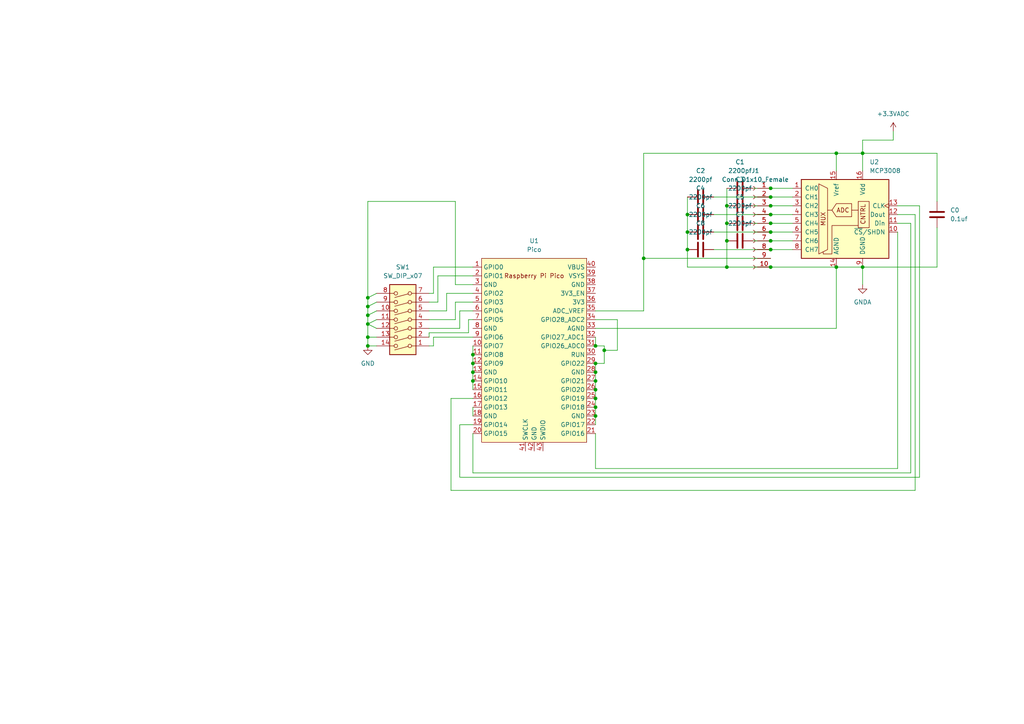
<source format=kicad_sch>
(kicad_sch (version 20211123) (generator eeschema)
  (paper "A4")
  (lib_symbols
    (symbol "Analog_ADC:MCP3008" (pin_names (offset 1.016))
      (property "Reference" "U" (at -5.08 13.335 0))
      (property "Value" "MCP3008" (at -5.08 11.43 0))
      (symbol "MCP3008_0_0"
        (text "ADC" (at -0.635 1.27 0) (effects (font (size 1.27 1.27))))
        (text "CNTRL" (at 5.969 -2.921 900) (effects (font (size 1.27 1.27)) (justify left bottom)))
        (text "MUX" (at -6.35 -1.27 900) (effects (font (size 1.27 1.27))))
      )
      (symbol "MCP3008_0_1"
        (polyline (pts (xy -3.81 1.27) (xy -5.08 1.27)))
        (polyline (pts (xy 1.905 1.27) (xy 3.81 1.27)))
        (polyline (pts (xy -7.62 8.89) (xy -7.62 -11.43) (xy -5.08 -10.16) (xy -5.08 7.62) (xy -7.62 8.89)))
        (polyline (pts (xy 3.81 -3.175) (xy -3.81 -3.175) (xy -3.81 -11.43) (xy -6.35 -11.43) (xy -6.35 -10.795)))
        (polyline (pts (xy 1.905 3.175) (xy 1.905 -0.635) (xy -2.54 -0.635) (xy -3.81 1.27) (xy -2.54 3.175) (xy 1.905 3.175)))
        (rectangle (start 3.81 -3.81) (end 6.985 3.81))
        (rectangle (start 12.7 -12.7) (end -12.7 10.16) (stroke (width 0.254)) (fill (type background)))
      )
      (symbol "MCP3008_1_1"
        (pin input line (at -15.24 7.62 0) (length 2.54) (name "CH0") (number "1"))
        (pin input line (at 15.24 -5.08 180) (length 2.54) (name "~{CS}/SHDN") (number "10"))
        (pin input line (at 15.24 -2.54 180) (length 2.54) (name "Din") (number "11"))
        (pin output line (at 15.24 0 180) (length 2.54) (name "Dout") (number "12"))
        (pin input clock (at 15.24 2.54 180) (length 2.54) (name "CLK") (number "13"))
        (pin power_in line (at -2.54 -15.24 90) (length 2.54) (name "AGND") (number "14"))
        (pin power_in line (at -2.54 12.7 270) (length 2.54) (name "Vref") (number "15"))
        (pin power_in line (at 5.08 12.7 270) (length 2.54) (name "Vdd") (number "16"))
        (pin input line (at -15.24 5.08 0) (length 2.54) (name "CH1") (number "2"))
        (pin input line (at -15.24 2.54 0) (length 2.54) (name "CH2") (number "3"))
        (pin input line (at -15.24 0 0) (length 2.54) (name "CH3") (number "4"))
        (pin input line (at -15.24 -2.54 0) (length 2.54) (name "CH4") (number "5"))
        (pin input line (at -15.24 -5.08 0) (length 2.54) (name "CH5") (number "6"))
        (pin input line (at -15.24 -7.62 0) (length 2.54) (name "CH6") (number "7"))
        (pin input line (at -15.24 -10.16 0) (length 2.54) (name "CH7") (number "8"))
        (pin power_in line (at 5.08 -15.24 90) (length 2.54) (name "DGND") (number "9"))
      )
    )
    (symbol "Connector:Conn_01x10_Female" (pin_names (offset 1.016) hide)
      (property "Reference" "J" (at 0 12.7 0))
      (property "Value" "Conn_01x10_Female" (at 0 -15.24 0))
      (symbol "Conn_01x10_Female_1_1"
        (arc (start 0 -12.192) (mid -0.508 -12.7) (end 0 -13.208) (stroke (width 0.1524)))
        (arc (start 0 -9.652) (mid -0.508 -10.16) (end 0 -10.668) (stroke (width 0.1524)))
        (arc (start 0 -7.112) (mid -0.508 -7.62) (end 0 -8.128) (stroke (width 0.1524)))
        (arc (start 0 -4.572) (mid -0.508 -5.08) (end 0 -5.588) (stroke (width 0.1524)))
        (arc (start 0 -2.032) (mid -0.508 -2.54) (end 0 -3.048) (stroke (width 0.1524)))
        (polyline (pts (xy -1.27 -12.7) (xy -0.508 -12.7)) (stroke (width 0.1524)))
        (polyline (pts (xy -1.27 -10.16) (xy -0.508 -10.16)) (stroke (width 0.1524)))
        (polyline (pts (xy -1.27 -7.62) (xy -0.508 -7.62)) (stroke (width 0.1524)))
        (polyline (pts (xy -1.27 -5.08) (xy -0.508 -5.08)) (stroke (width 0.1524)))
        (polyline (pts (xy -1.27 -2.54) (xy -0.508 -2.54)) (stroke (width 0.1524)))
        (polyline (pts (xy -1.27 0) (xy -0.508 0)) (stroke (width 0.1524)))
        (polyline (pts (xy -1.27 2.54) (xy -0.508 2.54)) (stroke (width 0.1524)))
        (polyline (pts (xy -1.27 5.08) (xy -0.508 5.08)) (stroke (width 0.1524)))
        (polyline (pts (xy -1.27 7.62) (xy -0.508 7.62)) (stroke (width 0.1524)))
        (polyline (pts (xy -1.27 10.16) (xy -0.508 10.16)) (stroke (width 0.1524)))
        (arc (start 0 0.508) (mid -0.508 0) (end 0 -0.508) (stroke (width 0.1524)))
        (arc (start 0 3.048) (mid -0.508 2.54) (end 0 2.032) (stroke (width 0.1524)))
        (arc (start 0 5.588) (mid -0.508 5.08) (end 0 4.572) (stroke (width 0.1524)))
        (arc (start 0 8.128) (mid -0.508 7.62) (end 0 7.112) (stroke (width 0.1524)))
        (arc (start 0 10.668) (mid -0.508 10.16) (end 0 9.652) (stroke (width 0.1524)))
        (pin passive line (at -5.08 10.16 0) (length 3.81) (name "Pin_1") (number "1"))
        (pin passive line (at -5.08 -12.7 0) (length 3.81) (name "Pin_10") (number "10"))
        (pin passive line (at -5.08 7.62 0) (length 3.81) (name "Pin_2") (number "2"))
        (pin passive line (at -5.08 5.08 0) (length 3.81) (name "Pin_3") (number "3"))
        (pin passive line (at -5.08 2.54 0) (length 3.81) (name "Pin_4") (number "4"))
        (pin passive line (at -5.08 0 0) (length 3.81) (name "Pin_5") (number "5"))
        (pin passive line (at -5.08 -2.54 0) (length 3.81) (name "Pin_6") (number "6"))
        (pin passive line (at -5.08 -5.08 0) (length 3.81) (name "Pin_7") (number "7"))
        (pin passive line (at -5.08 -7.62 0) (length 3.81) (name "Pin_8") (number "8"))
        (pin passive line (at -5.08 -10.16 0) (length 3.81) (name "Pin_9") (number "9"))
      )
    )
    (symbol "Device:C" (pin_numbers hide) (pin_names (offset 0.254))
      (property "Reference" "C" (at 0.635 2.54 0))
      (property "Value" "C" (at 0.635 -2.54 0))
      (symbol "C_0_1"
        (polyline (pts (xy -2.032 -0.762) (xy 2.032 -0.762)) (stroke (width 0.508)))
        (polyline (pts (xy -2.032 0.762) (xy 2.032 0.762)) (stroke (width 0.508)))
      )
      (symbol "C_1_1"
        (pin passive line (at 0 3.81 270) (length 2.794) (name "~") (number "1"))
        (pin passive line (at 0 -3.81 90) (length 2.794) (name "~") (number "2"))
      )
    )
    (symbol "MCU_RaspberryPi_and_Boards:Pico"
      (property "Reference" "U" (at -13.97 27.94 0))
      (property "Value" "Pico" (at 0 19.05 0))
      (symbol "Pico_0_0"
        (text "Raspberry Pi Pico" (at 0 21.59 0) (effects (font (size 1.27 1.27))))
      )
      (symbol "Pico_0_1"
        (rectangle (start -15.24 26.67) (end 15.24 -26.67) (fill (type background)))
      )
      (symbol "Pico_1_1"
        (pin bidirectional line (at -17.78 24.13 0) (length 2.54) (name "GPIO0") (number "1"))
        (pin bidirectional line (at -17.78 1.27 0) (length 2.54) (name "GPIO7") (number "10"))
        (pin bidirectional line (at -17.78 -1.27 0) (length 2.54) (name "GPIO8") (number "11"))
        (pin bidirectional line (at -17.78 -3.81 0) (length 2.54) (name "GPIO9") (number "12"))
        (pin power_in line (at -17.78 -6.35 0) (length 2.54) (name "GND") (number "13"))
        (pin bidirectional line (at -17.78 -8.89 0) (length 2.54) (name "GPIO10") (number "14"))
        (pin bidirectional line (at -17.78 -11.43 0) (length 2.54) (name "GPIO11") (number "15"))
        (pin bidirectional line (at -17.78 -13.97 0) (length 2.54) (name "GPIO12") (number "16"))
        (pin bidirectional line (at -17.78 -16.51 0) (length 2.54) (name "GPIO13") (number "17"))
        (pin power_in line (at -17.78 -19.05 0) (length 2.54) (name "GND") (number "18"))
        (pin bidirectional line (at -17.78 -21.59 0) (length 2.54) (name "GPIO14") (number "19"))
        (pin bidirectional line (at -17.78 21.59 0) (length 2.54) (name "GPIO1") (number "2"))
        (pin bidirectional line (at -17.78 -24.13 0) (length 2.54) (name "GPIO15") (number "20"))
        (pin bidirectional line (at 17.78 -24.13 180) (length 2.54) (name "GPIO16") (number "21"))
        (pin bidirectional line (at 17.78 -21.59 180) (length 2.54) (name "GPIO17") (number "22"))
        (pin power_in line (at 17.78 -19.05 180) (length 2.54) (name "GND") (number "23"))
        (pin bidirectional line (at 17.78 -16.51 180) (length 2.54) (name "GPIO18") (number "24"))
        (pin bidirectional line (at 17.78 -13.97 180) (length 2.54) (name "GPIO19") (number "25"))
        (pin bidirectional line (at 17.78 -11.43 180) (length 2.54) (name "GPIO20") (number "26"))
        (pin bidirectional line (at 17.78 -8.89 180) (length 2.54) (name "GPIO21") (number "27"))
        (pin power_in line (at 17.78 -6.35 180) (length 2.54) (name "GND") (number "28"))
        (pin bidirectional line (at 17.78 -3.81 180) (length 2.54) (name "GPIO22") (number "29"))
        (pin power_in line (at -17.78 19.05 0) (length 2.54) (name "GND") (number "3"))
        (pin input line (at 17.78 -1.27 180) (length 2.54) (name "RUN") (number "30"))
        (pin bidirectional line (at 17.78 1.27 180) (length 2.54) (name "GPIO26_ADC0") (number "31"))
        (pin bidirectional line (at 17.78 3.81 180) (length 2.54) (name "GPIO27_ADC1") (number "32"))
        (pin power_in line (at 17.78 6.35 180) (length 2.54) (name "AGND") (number "33"))
        (pin bidirectional line (at 17.78 8.89 180) (length 2.54) (name "GPIO28_ADC2") (number "34"))
        (pin power_in line (at 17.78 11.43 180) (length 2.54) (name "ADC_VREF") (number "35"))
        (pin power_in line (at 17.78 13.97 180) (length 2.54) (name "3V3") (number "36"))
        (pin input line (at 17.78 16.51 180) (length 2.54) (name "3V3_EN") (number "37"))
        (pin bidirectional line (at 17.78 19.05 180) (length 2.54) (name "GND") (number "38"))
        (pin power_in line (at 17.78 21.59 180) (length 2.54) (name "VSYS") (number "39"))
        (pin bidirectional line (at -17.78 16.51 0) (length 2.54) (name "GPIO2") (number "4"))
        (pin power_in line (at 17.78 24.13 180) (length 2.54) (name "VBUS") (number "40"))
        (pin input line (at -2.54 -29.21 90) (length 2.54) (name "SWCLK") (number "41"))
        (pin power_in line (at 0 -29.21 90) (length 2.54) (name "GND") (number "42"))
        (pin bidirectional line (at 2.54 -29.21 90) (length 2.54) (name "SWDIO") (number "43"))
        (pin bidirectional line (at -17.78 13.97 0) (length 2.54) (name "GPIO3") (number "5"))
        (pin bidirectional line (at -17.78 11.43 0) (length 2.54) (name "GPIO4") (number "6"))
        (pin bidirectional line (at -17.78 8.89 0) (length 2.54) (name "GPIO5") (number "7"))
        (pin power_in line (at -17.78 6.35 0) (length 2.54) (name "GND") (number "8"))
        (pin bidirectional line (at -17.78 3.81 0) (length 2.54) (name "GPIO6") (number "9"))
      )
    )
    (symbol "Switch:SW_DIP_x07" (pin_names (offset 0) hide)
      (property "Reference" "SW" (at 0 13.97 0))
      (property "Value" "SW_DIP_x07" (at 0 -8.89 0))
      (symbol "SW_DIP_x07_0_0"
        (circle (center -2.032 -5.08) (radius 0.508))
        (circle (center -2.032 -2.54) (radius 0.508))
        (circle (center -2.032 0) (radius 0.508))
        (circle (center -2.032 2.54) (radius 0.508))
        (circle (center -2.032 5.08) (radius 0.508))
        (circle (center -2.032 7.62) (radius 0.508))
        (circle (center -2.032 10.16) (radius 0.508))
        (polyline (pts (xy -1.524 -4.9276) (xy 2.3622 -3.8862)))
        (polyline (pts (xy -1.524 -2.3876) (xy 2.3622 -1.3462)))
        (polyline (pts (xy -1.524 0.127) (xy 2.3622 1.1684)))
        (polyline (pts (xy -1.524 2.667) (xy 2.3622 3.7084)))
        (polyline (pts (xy -1.524 5.207) (xy 2.3622 6.2484)))
        (polyline (pts (xy -1.524 7.747) (xy 2.3622 8.7884)))
        (polyline (pts (xy -1.524 10.287) (xy 2.3622 11.3284)))
        (circle (center 2.032 -5.08) (radius 0.508))
        (circle (center 2.032 -2.54) (radius 0.508))
        (circle (center 2.032 0) (radius 0.508))
        (circle (center 2.032 2.54) (radius 0.508))
        (circle (center 2.032 5.08) (radius 0.508))
        (circle (center 2.032 7.62) (radius 0.508))
        (circle (center 2.032 10.16) (radius 0.508))
      )
      (symbol "SW_DIP_x07_0_1"
        (rectangle (start -3.81 12.7) (end 3.81 -7.62) (stroke (width 0.254)) (fill (type background)))
      )
      (symbol "SW_DIP_x07_1_1"
        (pin passive line (at -7.62 10.16 0) (length 5.08) (name "~") (number "1"))
        (pin passive line (at 7.62 0 180) (length 5.08) (name "~") (number "10"))
        (pin passive line (at 7.62 2.54 180) (length 5.08) (name "~") (number "11"))
        (pin passive line (at 7.62 5.08 180) (length 5.08) (name "~") (number "12"))
        (pin passive line (at 7.62 7.62 180) (length 5.08) (name "~") (number "13"))
        (pin passive line (at 7.62 10.16 180) (length 5.08) (name "~") (number "14"))
        (pin passive line (at -7.62 7.62 0) (length 5.08) (name "~") (number "2"))
        (pin passive line (at -7.62 5.08 0) (length 5.08) (name "~") (number "3"))
        (pin passive line (at -7.62 2.54 0) (length 5.08) (name "~") (number "4"))
        (pin passive line (at -7.62 0 0) (length 5.08) (name "~") (number "5"))
        (pin passive line (at -7.62 -2.54 0) (length 5.08) (name "~") (number "6"))
        (pin passive line (at -7.62 -5.08 0) (length 5.08) (name "~") (number "7"))
        (pin passive line (at 7.62 -5.08 180) (length 5.08) (name "~") (number "8"))
        (pin passive line (at 7.62 -2.54 180) (length 5.08) (name "~") (number "9"))
      )
    )
    (symbol "power:+3.3VADC" (power) (pin_names (offset 0))
      (property "Value" "+3.3VADC" (at 0 2.54 0))
      (symbol "+3.3VADC_0_0"
        (pin power_in line (at 0 0 90) (length 0) hide (name "+3.3VADC") (number "1"))
      )
      (symbol "+3.3VADC_0_1"
        (polyline (pts (xy -0.762 1.27) (xy 0 2.54)))
        (polyline (pts (xy 0 0) (xy 0 2.54)))
        (polyline (pts (xy 0 2.54) (xy 0.762 1.27)))
      )
    )
    (symbol "power:GND" (power) (pin_names (offset 0))
      (property "Value" "GND" (at 0 -3.81 0))
      (symbol "GND_0_1"
        (polyline (pts (xy 0 0) (xy 0 -1.27) (xy 1.27 -1.27) (xy 0 -2.54) (xy -1.27 -1.27) (xy 0 -1.27)))
      )
      (symbol "GND_1_1"
        (pin power_in line (at 0 0 270) (length 0) hide (name "GND") (number "1"))
      )
    )
    (symbol "power:GNDA" (power) (pin_names (offset 0))
      (property "Value" "GNDA" (at 0 -3.81 0))
      (symbol "GNDA_0_1"
        (polyline (pts (xy 0 0) (xy 0 -1.27) (xy 1.27 -1.27) (xy 0 -2.54) (xy -1.27 -1.27) (xy 0 -1.27)))
      )
      (symbol "GNDA_1_1"
        (pin power_in line (at 0 0 270) (length 0) hide (name "GNDA") (number "1"))
      )
    )
  )
  (junction (at 223.52 64.77))
  (junction (at 137.16 102.87))
  (junction (at 106.68 91.44))
  (junction (at 106.68 86.36))
  (junction (at 172.72 115.57))
  (junction (at 210.82 64.77))
  (junction (at 172.72 100.33))
  (junction (at 106.68 97.79))
  (junction (at 242.57 44.45))
  (junction (at 172.72 113.03))
  (junction (at 199.39 62.23))
  (junction (at 242.57 77.47))
  (junction (at 137.16 110.49))
  (junction (at 172.72 110.49))
  (junction (at 137.16 105.41))
  (junction (at 223.52 59.69))
  (junction (at 106.68 100.33))
  (junction (at 172.72 118.11))
  (junction (at 199.39 72.39))
  (junction (at 199.39 67.31))
  (junction (at 172.72 107.95))
  (junction (at 106.68 93.98))
  (junction (at 223.52 54.61))
  (junction (at 172.72 120.65))
  (junction (at 223.52 72.39))
  (junction (at 210.82 59.69))
  (junction (at 223.52 62.23))
  (junction (at 250.19 44.45))
  (junction (at 106.68 88.9))
  (junction (at 172.72 105.41))
  (junction (at 223.52 67.31))
  (junction (at 175.26 101.6))
  (junction (at 186.69 74.93))
  (junction (at 210.82 77.47))
  (junction (at 223.52 69.85))
  (junction (at 223.52 57.15))
  (junction (at 250.19 77.47))
  (junction (at 137.16 107.95))
  (junction (at 210.82 69.85))
  (junction (at 223.52 77.47))
  (wire (pts (xy 133.35 90.17) (xy 133.35 95.25)))
  (wire (pts (xy 210.82 59.69) (xy 210.82 64.77)))
  (wire (pts (xy 264.16 64.77) (xy 264.16 137.16)))
  (wire (pts (xy 175.26 101.6) (xy 175.26 105.41)))
  (wire (pts (xy 271.78 58.42) (xy 271.78 44.45)))
  (wire (pts (xy 106.68 97.79) (xy 106.68 93.98)))
  (wire (pts (xy 265.43 62.23) (xy 265.43 142.24)))
  (wire (pts (xy 223.52 57.15) (xy 229.87 57.15)))
  (wire (pts (xy 130.81 115.57) (xy 137.16 115.57)))
  (wire (pts (xy 186.69 44.45) (xy 186.69 74.93)))
  (wire (pts (xy 135.89 96.52) (xy 124.46 96.52)))
  (wire (pts (xy 199.39 77.47) (xy 210.82 77.47)))
  (wire (pts (xy 109.22 87.63) (xy 106.68 88.9)))
  (wire (pts (xy 135.89 92.71) (xy 135.89 96.52)))
  (wire (pts (xy 260.35 59.69) (xy 266.7 59.69)))
  (wire (pts (xy 172.72 115.57) (xy 172.72 118.11)))
  (wire (pts (xy 109.22 95.25) (xy 106.68 93.98)))
  (wire (pts (xy 137.16 85.09) (xy 129.54 85.09)))
  (wire (pts (xy 125.73 85.09) (xy 125.73 77.47)))
  (wire (pts (xy 242.57 44.45) (xy 250.19 44.45)))
  (wire (pts (xy 109.22 85.09) (xy 106.68 86.36)))
  (wire (pts (xy 137.16 110.49) (xy 137.16 113.03)))
  (wire (pts (xy 133.35 138.43) (xy 133.35 123.19)))
  (wire (pts (xy 172.72 105.41) (xy 172.72 107.95)))
  (wire (pts (xy 207.01 72.39) (xy 223.52 72.39)))
  (wire (pts (xy 137.16 125.73) (xy 137.16 137.16)))
  (wire (pts (xy 132.08 58.42) (xy 132.08 82.55)))
  (wire (pts (xy 264.16 137.16) (xy 137.16 137.16)))
  (wire (pts (xy 207.01 62.23) (xy 223.52 62.23)))
  (wire (pts (xy 133.35 123.19) (xy 137.16 123.19)))
  (wire (pts (xy 172.72 110.49) (xy 172.72 113.03)))
  (wire (pts (xy 106.68 100.33) (xy 106.68 97.79)))
  (wire (pts (xy 265.43 142.24) (xy 130.81 142.24)))
  (wire (pts (xy 210.82 64.77) (xy 210.82 69.85)))
  (wire (pts (xy 172.72 135.89) (xy 260.35 135.89)))
  (wire (pts (xy 250.19 77.47) (xy 250.19 82.55)))
  (wire (pts (xy 199.39 57.15) (xy 199.39 62.23)))
  (wire (pts (xy 132.08 87.63) (xy 132.08 92.71)))
  (wire (pts (xy 127 80.01) (xy 127 87.63)))
  (wire (pts (xy 124.46 92.71) (xy 132.08 92.71)))
  (wire (pts (xy 271.78 66.04) (xy 271.78 77.47)))
  (wire (pts (xy 125.73 100.33) (xy 124.46 100.33)))
  (wire (pts (xy 223.52 72.39) (xy 229.87 72.39)))
  (wire (pts (xy 124.46 95.25) (xy 133.35 95.25)))
  (wire (pts (xy 172.72 118.11) (xy 172.72 120.65)))
  (wire (pts (xy 109.22 90.17) (xy 106.68 91.44)))
  (wire (pts (xy 266.7 59.69) (xy 266.7 138.43)))
  (wire (pts (xy 179.07 92.71) (xy 179.07 101.6)))
  (wire (pts (xy 218.44 54.61) (xy 223.52 54.61)))
  (wire (pts (xy 218.44 64.77) (xy 223.52 64.77)))
  (wire (pts (xy 172.72 90.17) (xy 186.69 90.17)))
  (wire (pts (xy 137.16 105.41) (xy 137.16 107.95)))
  (wire (pts (xy 125.73 97.79) (xy 125.73 100.33)))
  (wire (pts (xy 137.16 90.17) (xy 133.35 90.17)))
  (wire (pts (xy 132.08 82.55) (xy 137.16 82.55)))
  (wire (pts (xy 137.16 100.33) (xy 137.16 102.87)))
  (wire (pts (xy 271.78 77.47) (xy 250.19 77.47)))
  (wire (pts (xy 223.52 59.69) (xy 229.87 59.69)))
  (wire (pts (xy 124.46 90.17) (xy 129.54 90.17)))
  (wire (pts (xy 223.52 64.77) (xy 229.87 64.77)))
  (wire (pts (xy 127 87.63) (xy 124.46 87.63)))
  (wire (pts (xy 218.44 59.69) (xy 223.52 59.69)))
  (wire (pts (xy 172.72 120.65) (xy 172.72 123.19)))
  (wire (pts (xy 260.35 67.31) (xy 260.35 135.89)))
  (wire (pts (xy 106.68 58.42) (xy 132.08 58.42)))
  (wire (pts (xy 124.46 96.52) (xy 124.46 97.79)))
  (wire (pts (xy 137.16 92.71) (xy 135.89 92.71)))
  (wire (pts (xy 223.52 74.93) (xy 186.69 74.93)))
  (wire (pts (xy 242.57 77.47) (xy 250.19 77.47)))
  (wire (pts (xy 210.82 54.61) (xy 210.82 59.69)))
  (wire (pts (xy 199.39 67.31) (xy 199.39 72.39)))
  (wire (pts (xy 260.35 62.23) (xy 265.43 62.23)))
  (wire (pts (xy 223.52 62.23) (xy 229.87 62.23)))
  (wire (pts (xy 172.72 100.33) (xy 175.26 100.33)))
  (wire (pts (xy 137.16 102.87) (xy 137.16 105.41)))
  (wire (pts (xy 106.68 91.44) (xy 106.68 88.9)))
  (wire (pts (xy 218.44 69.85) (xy 223.52 69.85)))
  (wire (pts (xy 129.54 85.09) (xy 129.54 90.17)))
  (wire (pts (xy 186.69 44.45) (xy 242.57 44.45)))
  (wire (pts (xy 223.52 77.47) (xy 242.57 77.47)))
  (wire (pts (xy 137.16 87.63) (xy 132.08 87.63)))
  (wire (pts (xy 271.78 44.45) (xy 250.19 44.45)))
  (wire (pts (xy 175.26 101.6) (xy 179.07 101.6)))
  (wire (pts (xy 186.69 74.93) (xy 186.69 90.17)))
  (wire (pts (xy 250.19 44.45) (xy 250.19 49.53)))
  (wire (pts (xy 210.82 77.47) (xy 223.52 77.47)))
  (wire (pts (xy 260.35 64.77) (xy 264.16 64.77)))
  (wire (pts (xy 175.26 100.33) (xy 175.26 101.6)))
  (wire (pts (xy 137.16 80.01) (xy 127 80.01)))
  (wire (pts (xy 109.22 100.33) (xy 106.68 100.33)))
  (wire (pts (xy 223.52 69.85) (xy 229.87 69.85)))
  (wire (pts (xy 172.72 107.95) (xy 172.72 110.49)))
  (wire (pts (xy 124.46 85.09) (xy 125.73 85.09)))
  (wire (pts (xy 106.68 58.42) (xy 106.68 86.36)))
  (wire (pts (xy 137.16 97.79) (xy 125.73 97.79)))
  (wire (pts (xy 172.72 125.73) (xy 172.72 135.89)))
  (wire (pts (xy 172.72 92.71) (xy 179.07 92.71)))
  (wire (pts (xy 172.72 95.25) (xy 242.57 95.25)))
  (wire (pts (xy 242.57 44.45) (xy 242.57 49.53)))
  (wire (pts (xy 106.68 88.9) (xy 106.68 86.36)))
  (wire (pts (xy 210.82 69.85) (xy 210.82 77.47)))
  (wire (pts (xy 130.81 142.24) (xy 130.81 115.57)))
  (wire (pts (xy 223.52 54.61) (xy 229.87 54.61)))
  (wire (pts (xy 125.73 77.47) (xy 137.16 77.47)))
  (wire (pts (xy 109.22 97.79) (xy 106.68 97.79)))
  (wire (pts (xy 109.22 92.71) (xy 106.68 93.98)))
  (wire (pts (xy 207.01 57.15) (xy 223.52 57.15)))
  (wire (pts (xy 199.39 62.23) (xy 199.39 67.31)))
  (wire (pts (xy 106.68 93.98) (xy 106.68 91.44)))
  (wire (pts (xy 199.39 72.39) (xy 199.39 77.47)))
  (wire (pts (xy 137.16 118.11) (xy 137.16 120.65)))
  (wire (pts (xy 242.57 95.25) (xy 242.57 77.47)))
  (wire (pts (xy 172.72 113.03) (xy 172.72 115.57)))
  (wire (pts (xy 207.01 67.31) (xy 223.52 67.31)))
  (wire (pts (xy 172.72 97.79) (xy 172.72 100.33)))
  (wire (pts (xy 250.19 40.64) (xy 250.19 44.45)))
  (wire (pts (xy 137.16 107.95) (xy 137.16 110.49)))
  (wire (pts (xy 250.19 40.64) (xy 259.08 40.64)))
  (wire (pts (xy 172.72 105.41) (xy 175.26 105.41)))
  (wire (pts (xy 259.08 40.64) (xy 259.08 38.1)))
  (wire (pts (xy 223.52 67.31) (xy 229.87 67.31)))
  (wire (pts (xy 133.35 138.43) (xy 266.7 138.43)))
  (symbol (lib_id "Analog_ADC:MCP3008") (at 245.11 62.23 0) (unit 1)
    (property "Reference" "U2" (at 252.2094 46.99 0) (effects (justify left)))
    (property "Value" "MCP3008" (at 252.2094 49.53 0) (effects (justify left)))
    (property "Footprint" "Package_SO:SOIC-16_3.9x9.9mm_P1.27mm" (effects hide))
    (property "Datasheet" "http://ww1.microchip.com/downloads/en/DeviceDoc/21295d.pdf" (effects hide))
  )
  (symbol (lib_id "power:+3.3VADC") (at 259.08 38.1 0) (unit 1)
    (property "Reference" "#PWR0101" (effects hide))
    (property "Value" "+3.3VADC" (at 259.08 33.02 0))
  )
  (symbol (lib_id "Device:C") (at 203.2 57.15 90) (unit 1)
    (property "Reference" "C2" (at 203.2 49.53 90))
    (property "Value" "2200pf" (at 203.2 52.07 90))
    (property "Footprint" "Capacitor_SMD:C_0603_1608Metric" (effects hide))
  )
  (symbol (lib_id "Device:C") (at 214.63 54.61 90) (unit 1)
    (property "Reference" "C1" (at 214.63 46.99 90))
    (property "Value" "2200pf" (at 214.63 49.53 90))
    (property "Footprint" "Capacitor_SMD:C_0603_1608Metric" (effects hide))
  )
  (symbol (lib_id "Device:C") (at 271.78 62.23 0) (unit 1)
    (property "Reference" "C0" (at 275.59 60.9599 0) (effects (justify left)))
    (property "Value" "0.1uf" (at 275.59 63.4999 0) (effects (justify left)))
    (property "Footprint" "Capacitor_SMD:C_0603_1608Metric" (effects hide))
  )
  (symbol (lib_id "power:GNDA") (at 250.19 82.55 0) (unit 1)
    (property "Reference" "#PWR0102" (effects hide))
    (property "Value" "GNDA" (at 250.19 87.63 0))
  )
  (symbol (lib_id "MCU_RaspberryPi_and_Boards:Pico") (at 154.94 101.6 0) (unit 1)
    (property "Reference" "U1" (at 154.94 69.85 0))
    (property "Value" "Pico" (at 154.94 72.39 0))
    (property "Footprint" "MCU_RaspberryPi_and_Boards:RPi_Pico_SMD_TH" (effects hide))
  )
  (symbol (lib_id "Device:C") (at 203.2 67.31 90) (unit 1)
    (property "Reference" "C6" (at 203.2 59.69 90))
    (property "Value" "2200pf" (at 203.2 62.23 90))
    (property "Footprint" "Capacitor_SMD:C_0603_1608Metric" (effects hide))
  )
  (symbol (lib_id "Device:C") (at 203.2 72.39 90) (unit 1)
    (property "Reference" "C8" (at 203.2 64.77 90))
    (property "Value" "2200pf" (at 203.2 67.31 90))
    (property "Footprint" "Capacitor_SMD:C_0603_1608Metric" (effects hide))
  )
  (symbol (lib_id "Device:C") (at 214.63 59.69 90) (unit 1)
    (property "Reference" "C3" (at 214.63 52.07 90))
    (property "Value" "2200pf" (at 214.63 54.61 90))
    (property "Footprint" "Capacitor_SMD:C_0603_1608Metric" (effects hide))
  )
  (symbol (lib_id "power:GND") (at 106.68 100.33 0) (unit 1)
    (property "Reference" "#PWR0103" (effects hide))
    (property "Value" "GND" (at 106.68 105.41 0))
  )
  (symbol (lib_id "Switch:SW_DIP_x07") (at 116.84 90.17 180) (unit 1)
    (property "Reference" "SW1" (at 116.84 77.47 0))
    (property "Value" "SW_DIP_x07" (at 116.84 80.01 0))
    (property "Footprint" "Package_DIP:DIP-14_W7.62mm_SMDSocket_SmallPads" (effects hide))
  )
  (symbol (lib_id "Device:C") (at 203.2 62.23 90) (unit 1)
    (property "Reference" "C4" (at 203.2 54.61 90))
    (property "Value" "2200pf" (at 203.2 57.15 90))
    (property "Footprint" "Capacitor_SMD:C_0603_1608Metric" (effects hide))
  )
  (symbol (lib_id "Device:C") (at 214.63 64.77 90) (unit 1)
    (property "Reference" "C5" (at 214.63 57.15 90))
    (property "Value" "2200pf" (at 214.63 59.69 90))
    (property "Footprint" "Capacitor_SMD:C_0603_1608Metric" (effects hide))
  )
  (symbol (lib_id "Connector:Conn_01x10_Female") (at 218.44 64.77 0) (mirror y) (unit 1)
    (property "Reference" "J1" (at 219.075 49.53 0))
    (property "Value" "Conn_01x10_Female" (at 219.075 52.07 0))
    (property "Footprint" "Connector_PinHeader_2.54mm:PinHeader_2x05_P2.54mm_Vertical_SMD" (effects hide))
  )
  (symbol (lib_id "Device:C") (at 214.63 69.85 90) (unit 1)
    (property "Reference" "C7" (at 214.63 62.23 90))
    (property "Value" "2200pf" (at 214.63 64.77 90))
    (property "Footprint" "Capacitor_SMD:C_0603_1608Metric" (effects hide))
  )
)
</source>
